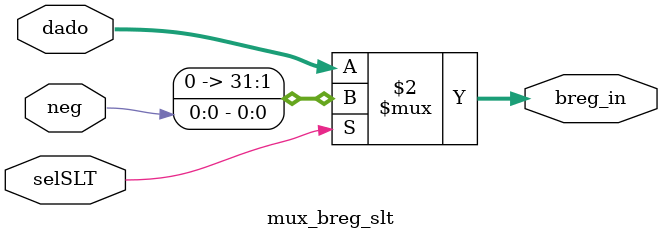
<source format=v>
module mux_breg_slt(selSLT, dado, neg, breg_in);

input [31:0] dado;
input neg, selSLT;
output [31:0] breg_in;

assign breg_in = (selSLT == 1)? {{31{1'b0}},neg} : dado;

endmodule

</source>
